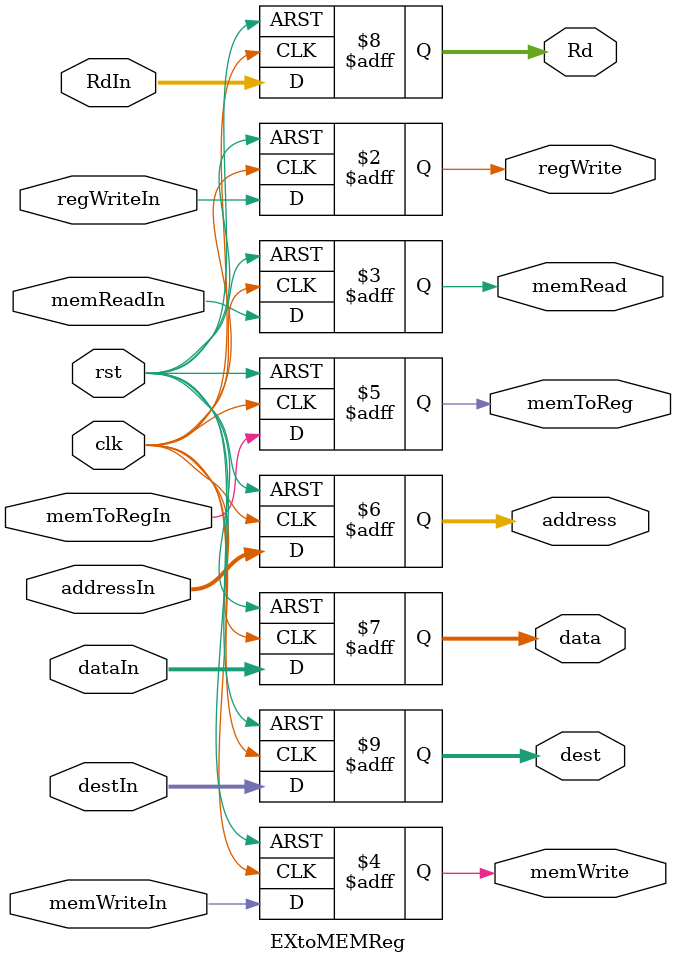
<source format=v>
module EXtoMEMReg(input clk, rst, regWriteIn, memReadIn, memWriteIn, memToRegIn,
				  input[31:0] addressIn, dataIn,
				  input[4:0] RdIn, destIn,
				  output reg regWrite, memRead, memWrite, memToReg,
				  output reg[31:0] address, data,
				  output reg[4:0] Rd, dest);

always @(posedge clk, posedge rst) begin
	if(rst) begin
		{regWrite, memRead, memWrite, memToReg, address, data, Rd, dest} <= 0;
	end
	else begin
		{regWrite, memRead, memWrite, memToReg, address, data, Rd, dest} <= {regWriteIn, memReadIn, memWriteIn, memToRegIn, addressIn, dataIn, RdIn, destIn};
	end
end

endmodule

</source>
